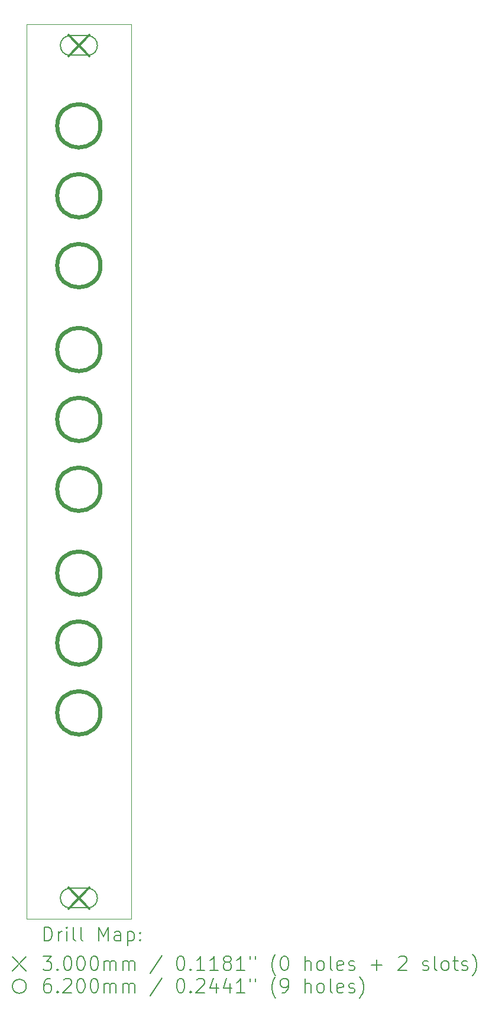
<source format=gbr>
%FSLAX45Y45*%
G04 Gerber Fmt 4.5, Leading zero omitted, Abs format (unit mm)*
G04 Created by KiCad (PCBNEW (6.0.1)) date 2022-09-12 08:12:13*
%MOMM*%
%LPD*%
G01*
G04 APERTURE LIST*
%TA.AperFunction,Profile*%
%ADD10C,0.050000*%
%TD*%
%ADD11C,0.200000*%
%ADD12C,0.300000*%
%ADD13C,0.620000*%
G04 APERTURE END LIST*
D10*
X8950000Y-15550000D02*
X7450000Y-15550000D01*
X7450000Y-2750000D02*
X7450000Y-15550000D01*
X8950000Y-2750000D02*
X8950000Y-15550000D01*
X7450000Y-2750000D02*
X8950000Y-2750000D01*
D11*
D12*
X8050000Y-2900000D02*
X8350000Y-3200000D01*
X8350000Y-2900000D02*
X8050000Y-3200000D01*
D11*
X8075000Y-3190000D02*
X8325000Y-3190000D01*
X8075000Y-2910000D02*
X8325000Y-2910000D01*
X8325000Y-3190000D02*
G75*
G03*
X8325000Y-2910000I0J140000D01*
G01*
X8075000Y-2910000D02*
G75*
G03*
X8075000Y-3190000I0J-140000D01*
G01*
D12*
X8050000Y-15100000D02*
X8350000Y-15400000D01*
X8350000Y-15100000D02*
X8050000Y-15400000D01*
D11*
X8075000Y-15390000D02*
X8325000Y-15390000D01*
X8075000Y-15110000D02*
X8325000Y-15110000D01*
X8325000Y-15390000D02*
G75*
G03*
X8325000Y-15110000I0J140000D01*
G01*
X8075000Y-15110000D02*
G75*
G03*
X8075000Y-15390000I0J-140000D01*
G01*
D13*
X8510000Y-4200000D02*
G75*
G03*
X8510000Y-4200000I-310000J0D01*
G01*
X8510000Y-5200000D02*
G75*
G03*
X8510000Y-5200000I-310000J0D01*
G01*
X8510000Y-6200000D02*
G75*
G03*
X8510000Y-6200000I-310000J0D01*
G01*
X8510000Y-7400000D02*
G75*
G03*
X8510000Y-7400000I-310000J0D01*
G01*
X8510000Y-8400000D02*
G75*
G03*
X8510000Y-8400000I-310000J0D01*
G01*
X8510000Y-9400000D02*
G75*
G03*
X8510000Y-9400000I-310000J0D01*
G01*
X8510000Y-10600000D02*
G75*
G03*
X8510000Y-10600000I-310000J0D01*
G01*
X8510000Y-11600000D02*
G75*
G03*
X8510000Y-11600000I-310000J0D01*
G01*
X8510000Y-12600000D02*
G75*
G03*
X8510000Y-12600000I-310000J0D01*
G01*
D11*
X7705119Y-15862976D02*
X7705119Y-15662976D01*
X7752738Y-15662976D01*
X7781309Y-15672500D01*
X7800357Y-15691548D01*
X7809881Y-15710595D01*
X7819405Y-15748690D01*
X7819405Y-15777262D01*
X7809881Y-15815357D01*
X7800357Y-15834405D01*
X7781309Y-15853452D01*
X7752738Y-15862976D01*
X7705119Y-15862976D01*
X7905119Y-15862976D02*
X7905119Y-15729643D01*
X7905119Y-15767738D02*
X7914643Y-15748690D01*
X7924167Y-15739167D01*
X7943214Y-15729643D01*
X7962262Y-15729643D01*
X8028928Y-15862976D02*
X8028928Y-15729643D01*
X8028928Y-15662976D02*
X8019405Y-15672500D01*
X8028928Y-15682024D01*
X8038452Y-15672500D01*
X8028928Y-15662976D01*
X8028928Y-15682024D01*
X8152738Y-15862976D02*
X8133690Y-15853452D01*
X8124167Y-15834405D01*
X8124167Y-15662976D01*
X8257500Y-15862976D02*
X8238452Y-15853452D01*
X8228928Y-15834405D01*
X8228928Y-15662976D01*
X8486071Y-15862976D02*
X8486071Y-15662976D01*
X8552738Y-15805833D01*
X8619405Y-15662976D01*
X8619405Y-15862976D01*
X8800357Y-15862976D02*
X8800357Y-15758214D01*
X8790833Y-15739167D01*
X8771786Y-15729643D01*
X8733690Y-15729643D01*
X8714643Y-15739167D01*
X8800357Y-15853452D02*
X8781310Y-15862976D01*
X8733690Y-15862976D01*
X8714643Y-15853452D01*
X8705119Y-15834405D01*
X8705119Y-15815357D01*
X8714643Y-15796309D01*
X8733690Y-15786786D01*
X8781310Y-15786786D01*
X8800357Y-15777262D01*
X8895595Y-15729643D02*
X8895595Y-15929643D01*
X8895595Y-15739167D02*
X8914643Y-15729643D01*
X8952738Y-15729643D01*
X8971786Y-15739167D01*
X8981310Y-15748690D01*
X8990833Y-15767738D01*
X8990833Y-15824881D01*
X8981310Y-15843928D01*
X8971786Y-15853452D01*
X8952738Y-15862976D01*
X8914643Y-15862976D01*
X8895595Y-15853452D01*
X9076548Y-15843928D02*
X9086071Y-15853452D01*
X9076548Y-15862976D01*
X9067024Y-15853452D01*
X9076548Y-15843928D01*
X9076548Y-15862976D01*
X9076548Y-15739167D02*
X9086071Y-15748690D01*
X9076548Y-15758214D01*
X9067024Y-15748690D01*
X9076548Y-15739167D01*
X9076548Y-15758214D01*
X7247500Y-16092500D02*
X7447500Y-16292500D01*
X7447500Y-16092500D02*
X7247500Y-16292500D01*
X7686071Y-16082976D02*
X7809881Y-16082976D01*
X7743214Y-16159167D01*
X7771786Y-16159167D01*
X7790833Y-16168690D01*
X7800357Y-16178214D01*
X7809881Y-16197262D01*
X7809881Y-16244881D01*
X7800357Y-16263928D01*
X7790833Y-16273452D01*
X7771786Y-16282976D01*
X7714643Y-16282976D01*
X7695595Y-16273452D01*
X7686071Y-16263928D01*
X7895595Y-16263928D02*
X7905119Y-16273452D01*
X7895595Y-16282976D01*
X7886071Y-16273452D01*
X7895595Y-16263928D01*
X7895595Y-16282976D01*
X8028928Y-16082976D02*
X8047976Y-16082976D01*
X8067024Y-16092500D01*
X8076548Y-16102024D01*
X8086071Y-16121071D01*
X8095595Y-16159167D01*
X8095595Y-16206786D01*
X8086071Y-16244881D01*
X8076548Y-16263928D01*
X8067024Y-16273452D01*
X8047976Y-16282976D01*
X8028928Y-16282976D01*
X8009881Y-16273452D01*
X8000357Y-16263928D01*
X7990833Y-16244881D01*
X7981309Y-16206786D01*
X7981309Y-16159167D01*
X7990833Y-16121071D01*
X8000357Y-16102024D01*
X8009881Y-16092500D01*
X8028928Y-16082976D01*
X8219405Y-16082976D02*
X8238452Y-16082976D01*
X8257500Y-16092500D01*
X8267024Y-16102024D01*
X8276548Y-16121071D01*
X8286071Y-16159167D01*
X8286071Y-16206786D01*
X8276548Y-16244881D01*
X8267024Y-16263928D01*
X8257500Y-16273452D01*
X8238452Y-16282976D01*
X8219405Y-16282976D01*
X8200357Y-16273452D01*
X8190833Y-16263928D01*
X8181309Y-16244881D01*
X8171786Y-16206786D01*
X8171786Y-16159167D01*
X8181309Y-16121071D01*
X8190833Y-16102024D01*
X8200357Y-16092500D01*
X8219405Y-16082976D01*
X8409881Y-16082976D02*
X8428929Y-16082976D01*
X8447976Y-16092500D01*
X8457500Y-16102024D01*
X8467024Y-16121071D01*
X8476548Y-16159167D01*
X8476548Y-16206786D01*
X8467024Y-16244881D01*
X8457500Y-16263928D01*
X8447976Y-16273452D01*
X8428929Y-16282976D01*
X8409881Y-16282976D01*
X8390833Y-16273452D01*
X8381309Y-16263928D01*
X8371786Y-16244881D01*
X8362262Y-16206786D01*
X8362262Y-16159167D01*
X8371786Y-16121071D01*
X8381309Y-16102024D01*
X8390833Y-16092500D01*
X8409881Y-16082976D01*
X8562262Y-16282976D02*
X8562262Y-16149643D01*
X8562262Y-16168690D02*
X8571786Y-16159167D01*
X8590833Y-16149643D01*
X8619405Y-16149643D01*
X8638452Y-16159167D01*
X8647976Y-16178214D01*
X8647976Y-16282976D01*
X8647976Y-16178214D02*
X8657500Y-16159167D01*
X8676548Y-16149643D01*
X8705119Y-16149643D01*
X8724167Y-16159167D01*
X8733690Y-16178214D01*
X8733690Y-16282976D01*
X8828929Y-16282976D02*
X8828929Y-16149643D01*
X8828929Y-16168690D02*
X8838452Y-16159167D01*
X8857500Y-16149643D01*
X8886071Y-16149643D01*
X8905119Y-16159167D01*
X8914643Y-16178214D01*
X8914643Y-16282976D01*
X8914643Y-16178214D02*
X8924167Y-16159167D01*
X8943214Y-16149643D01*
X8971786Y-16149643D01*
X8990833Y-16159167D01*
X9000357Y-16178214D01*
X9000357Y-16282976D01*
X9390833Y-16073452D02*
X9219405Y-16330595D01*
X9647976Y-16082976D02*
X9667024Y-16082976D01*
X9686071Y-16092500D01*
X9695595Y-16102024D01*
X9705119Y-16121071D01*
X9714643Y-16159167D01*
X9714643Y-16206786D01*
X9705119Y-16244881D01*
X9695595Y-16263928D01*
X9686071Y-16273452D01*
X9667024Y-16282976D01*
X9647976Y-16282976D01*
X9628929Y-16273452D01*
X9619405Y-16263928D01*
X9609881Y-16244881D01*
X9600357Y-16206786D01*
X9600357Y-16159167D01*
X9609881Y-16121071D01*
X9619405Y-16102024D01*
X9628929Y-16092500D01*
X9647976Y-16082976D01*
X9800357Y-16263928D02*
X9809881Y-16273452D01*
X9800357Y-16282976D01*
X9790833Y-16273452D01*
X9800357Y-16263928D01*
X9800357Y-16282976D01*
X10000357Y-16282976D02*
X9886071Y-16282976D01*
X9943214Y-16282976D02*
X9943214Y-16082976D01*
X9924167Y-16111548D01*
X9905119Y-16130595D01*
X9886071Y-16140119D01*
X10190833Y-16282976D02*
X10076548Y-16282976D01*
X10133690Y-16282976D02*
X10133690Y-16082976D01*
X10114643Y-16111548D01*
X10095595Y-16130595D01*
X10076548Y-16140119D01*
X10305119Y-16168690D02*
X10286071Y-16159167D01*
X10276548Y-16149643D01*
X10267024Y-16130595D01*
X10267024Y-16121071D01*
X10276548Y-16102024D01*
X10286071Y-16092500D01*
X10305119Y-16082976D01*
X10343214Y-16082976D01*
X10362262Y-16092500D01*
X10371786Y-16102024D01*
X10381310Y-16121071D01*
X10381310Y-16130595D01*
X10371786Y-16149643D01*
X10362262Y-16159167D01*
X10343214Y-16168690D01*
X10305119Y-16168690D01*
X10286071Y-16178214D01*
X10276548Y-16187738D01*
X10267024Y-16206786D01*
X10267024Y-16244881D01*
X10276548Y-16263928D01*
X10286071Y-16273452D01*
X10305119Y-16282976D01*
X10343214Y-16282976D01*
X10362262Y-16273452D01*
X10371786Y-16263928D01*
X10381310Y-16244881D01*
X10381310Y-16206786D01*
X10371786Y-16187738D01*
X10362262Y-16178214D01*
X10343214Y-16168690D01*
X10571786Y-16282976D02*
X10457500Y-16282976D01*
X10514643Y-16282976D02*
X10514643Y-16082976D01*
X10495595Y-16111548D01*
X10476548Y-16130595D01*
X10457500Y-16140119D01*
X10647976Y-16082976D02*
X10647976Y-16121071D01*
X10724167Y-16082976D02*
X10724167Y-16121071D01*
X11019405Y-16359167D02*
X11009881Y-16349643D01*
X10990833Y-16321071D01*
X10981310Y-16302024D01*
X10971786Y-16273452D01*
X10962262Y-16225833D01*
X10962262Y-16187738D01*
X10971786Y-16140119D01*
X10981310Y-16111548D01*
X10990833Y-16092500D01*
X11009881Y-16063928D01*
X11019405Y-16054405D01*
X11133690Y-16082976D02*
X11152738Y-16082976D01*
X11171786Y-16092500D01*
X11181310Y-16102024D01*
X11190833Y-16121071D01*
X11200357Y-16159167D01*
X11200357Y-16206786D01*
X11190833Y-16244881D01*
X11181310Y-16263928D01*
X11171786Y-16273452D01*
X11152738Y-16282976D01*
X11133690Y-16282976D01*
X11114643Y-16273452D01*
X11105119Y-16263928D01*
X11095595Y-16244881D01*
X11086071Y-16206786D01*
X11086071Y-16159167D01*
X11095595Y-16121071D01*
X11105119Y-16102024D01*
X11114643Y-16092500D01*
X11133690Y-16082976D01*
X11438452Y-16282976D02*
X11438452Y-16082976D01*
X11524167Y-16282976D02*
X11524167Y-16178214D01*
X11514643Y-16159167D01*
X11495595Y-16149643D01*
X11467024Y-16149643D01*
X11447976Y-16159167D01*
X11438452Y-16168690D01*
X11647976Y-16282976D02*
X11628928Y-16273452D01*
X11619405Y-16263928D01*
X11609881Y-16244881D01*
X11609881Y-16187738D01*
X11619405Y-16168690D01*
X11628928Y-16159167D01*
X11647976Y-16149643D01*
X11676548Y-16149643D01*
X11695595Y-16159167D01*
X11705119Y-16168690D01*
X11714643Y-16187738D01*
X11714643Y-16244881D01*
X11705119Y-16263928D01*
X11695595Y-16273452D01*
X11676548Y-16282976D01*
X11647976Y-16282976D01*
X11828928Y-16282976D02*
X11809881Y-16273452D01*
X11800357Y-16254405D01*
X11800357Y-16082976D01*
X11981309Y-16273452D02*
X11962262Y-16282976D01*
X11924167Y-16282976D01*
X11905119Y-16273452D01*
X11895595Y-16254405D01*
X11895595Y-16178214D01*
X11905119Y-16159167D01*
X11924167Y-16149643D01*
X11962262Y-16149643D01*
X11981309Y-16159167D01*
X11990833Y-16178214D01*
X11990833Y-16197262D01*
X11895595Y-16216309D01*
X12067024Y-16273452D02*
X12086071Y-16282976D01*
X12124167Y-16282976D01*
X12143214Y-16273452D01*
X12152738Y-16254405D01*
X12152738Y-16244881D01*
X12143214Y-16225833D01*
X12124167Y-16216309D01*
X12095595Y-16216309D01*
X12076548Y-16206786D01*
X12067024Y-16187738D01*
X12067024Y-16178214D01*
X12076548Y-16159167D01*
X12095595Y-16149643D01*
X12124167Y-16149643D01*
X12143214Y-16159167D01*
X12390833Y-16206786D02*
X12543214Y-16206786D01*
X12467024Y-16282976D02*
X12467024Y-16130595D01*
X12781309Y-16102024D02*
X12790833Y-16092500D01*
X12809881Y-16082976D01*
X12857500Y-16082976D01*
X12876548Y-16092500D01*
X12886071Y-16102024D01*
X12895595Y-16121071D01*
X12895595Y-16140119D01*
X12886071Y-16168690D01*
X12771786Y-16282976D01*
X12895595Y-16282976D01*
X13124167Y-16273452D02*
X13143214Y-16282976D01*
X13181309Y-16282976D01*
X13200357Y-16273452D01*
X13209881Y-16254405D01*
X13209881Y-16244881D01*
X13200357Y-16225833D01*
X13181309Y-16216309D01*
X13152738Y-16216309D01*
X13133690Y-16206786D01*
X13124167Y-16187738D01*
X13124167Y-16178214D01*
X13133690Y-16159167D01*
X13152738Y-16149643D01*
X13181309Y-16149643D01*
X13200357Y-16159167D01*
X13324167Y-16282976D02*
X13305119Y-16273452D01*
X13295595Y-16254405D01*
X13295595Y-16082976D01*
X13428928Y-16282976D02*
X13409881Y-16273452D01*
X13400357Y-16263928D01*
X13390833Y-16244881D01*
X13390833Y-16187738D01*
X13400357Y-16168690D01*
X13409881Y-16159167D01*
X13428928Y-16149643D01*
X13457500Y-16149643D01*
X13476548Y-16159167D01*
X13486071Y-16168690D01*
X13495595Y-16187738D01*
X13495595Y-16244881D01*
X13486071Y-16263928D01*
X13476548Y-16273452D01*
X13457500Y-16282976D01*
X13428928Y-16282976D01*
X13552738Y-16149643D02*
X13628928Y-16149643D01*
X13581309Y-16082976D02*
X13581309Y-16254405D01*
X13590833Y-16273452D01*
X13609881Y-16282976D01*
X13628928Y-16282976D01*
X13686071Y-16273452D02*
X13705119Y-16282976D01*
X13743214Y-16282976D01*
X13762262Y-16273452D01*
X13771786Y-16254405D01*
X13771786Y-16244881D01*
X13762262Y-16225833D01*
X13743214Y-16216309D01*
X13714643Y-16216309D01*
X13695595Y-16206786D01*
X13686071Y-16187738D01*
X13686071Y-16178214D01*
X13695595Y-16159167D01*
X13714643Y-16149643D01*
X13743214Y-16149643D01*
X13762262Y-16159167D01*
X13838452Y-16359167D02*
X13847976Y-16349643D01*
X13867024Y-16321071D01*
X13876548Y-16302024D01*
X13886071Y-16273452D01*
X13895595Y-16225833D01*
X13895595Y-16187738D01*
X13886071Y-16140119D01*
X13876548Y-16111548D01*
X13867024Y-16092500D01*
X13847976Y-16063928D01*
X13838452Y-16054405D01*
X7447500Y-16512500D02*
G75*
G03*
X7447500Y-16512500I-100000J0D01*
G01*
X7790833Y-16402976D02*
X7752738Y-16402976D01*
X7733690Y-16412500D01*
X7724167Y-16422024D01*
X7705119Y-16450595D01*
X7695595Y-16488690D01*
X7695595Y-16564881D01*
X7705119Y-16583928D01*
X7714643Y-16593452D01*
X7733690Y-16602976D01*
X7771786Y-16602976D01*
X7790833Y-16593452D01*
X7800357Y-16583928D01*
X7809881Y-16564881D01*
X7809881Y-16517262D01*
X7800357Y-16498214D01*
X7790833Y-16488690D01*
X7771786Y-16479167D01*
X7733690Y-16479167D01*
X7714643Y-16488690D01*
X7705119Y-16498214D01*
X7695595Y-16517262D01*
X7895595Y-16583928D02*
X7905119Y-16593452D01*
X7895595Y-16602976D01*
X7886071Y-16593452D01*
X7895595Y-16583928D01*
X7895595Y-16602976D01*
X7981309Y-16422024D02*
X7990833Y-16412500D01*
X8009881Y-16402976D01*
X8057500Y-16402976D01*
X8076548Y-16412500D01*
X8086071Y-16422024D01*
X8095595Y-16441071D01*
X8095595Y-16460119D01*
X8086071Y-16488690D01*
X7971786Y-16602976D01*
X8095595Y-16602976D01*
X8219405Y-16402976D02*
X8238452Y-16402976D01*
X8257500Y-16412500D01*
X8267024Y-16422024D01*
X8276548Y-16441071D01*
X8286071Y-16479167D01*
X8286071Y-16526786D01*
X8276548Y-16564881D01*
X8267024Y-16583928D01*
X8257500Y-16593452D01*
X8238452Y-16602976D01*
X8219405Y-16602976D01*
X8200357Y-16593452D01*
X8190833Y-16583928D01*
X8181309Y-16564881D01*
X8171786Y-16526786D01*
X8171786Y-16479167D01*
X8181309Y-16441071D01*
X8190833Y-16422024D01*
X8200357Y-16412500D01*
X8219405Y-16402976D01*
X8409881Y-16402976D02*
X8428929Y-16402976D01*
X8447976Y-16412500D01*
X8457500Y-16422024D01*
X8467024Y-16441071D01*
X8476548Y-16479167D01*
X8476548Y-16526786D01*
X8467024Y-16564881D01*
X8457500Y-16583928D01*
X8447976Y-16593452D01*
X8428929Y-16602976D01*
X8409881Y-16602976D01*
X8390833Y-16593452D01*
X8381309Y-16583928D01*
X8371786Y-16564881D01*
X8362262Y-16526786D01*
X8362262Y-16479167D01*
X8371786Y-16441071D01*
X8381309Y-16422024D01*
X8390833Y-16412500D01*
X8409881Y-16402976D01*
X8562262Y-16602976D02*
X8562262Y-16469643D01*
X8562262Y-16488690D02*
X8571786Y-16479167D01*
X8590833Y-16469643D01*
X8619405Y-16469643D01*
X8638452Y-16479167D01*
X8647976Y-16498214D01*
X8647976Y-16602976D01*
X8647976Y-16498214D02*
X8657500Y-16479167D01*
X8676548Y-16469643D01*
X8705119Y-16469643D01*
X8724167Y-16479167D01*
X8733690Y-16498214D01*
X8733690Y-16602976D01*
X8828929Y-16602976D02*
X8828929Y-16469643D01*
X8828929Y-16488690D02*
X8838452Y-16479167D01*
X8857500Y-16469643D01*
X8886071Y-16469643D01*
X8905119Y-16479167D01*
X8914643Y-16498214D01*
X8914643Y-16602976D01*
X8914643Y-16498214D02*
X8924167Y-16479167D01*
X8943214Y-16469643D01*
X8971786Y-16469643D01*
X8990833Y-16479167D01*
X9000357Y-16498214D01*
X9000357Y-16602976D01*
X9390833Y-16393452D02*
X9219405Y-16650595D01*
X9647976Y-16402976D02*
X9667024Y-16402976D01*
X9686071Y-16412500D01*
X9695595Y-16422024D01*
X9705119Y-16441071D01*
X9714643Y-16479167D01*
X9714643Y-16526786D01*
X9705119Y-16564881D01*
X9695595Y-16583928D01*
X9686071Y-16593452D01*
X9667024Y-16602976D01*
X9647976Y-16602976D01*
X9628929Y-16593452D01*
X9619405Y-16583928D01*
X9609881Y-16564881D01*
X9600357Y-16526786D01*
X9600357Y-16479167D01*
X9609881Y-16441071D01*
X9619405Y-16422024D01*
X9628929Y-16412500D01*
X9647976Y-16402976D01*
X9800357Y-16583928D02*
X9809881Y-16593452D01*
X9800357Y-16602976D01*
X9790833Y-16593452D01*
X9800357Y-16583928D01*
X9800357Y-16602976D01*
X9886071Y-16422024D02*
X9895595Y-16412500D01*
X9914643Y-16402976D01*
X9962262Y-16402976D01*
X9981310Y-16412500D01*
X9990833Y-16422024D01*
X10000357Y-16441071D01*
X10000357Y-16460119D01*
X9990833Y-16488690D01*
X9876548Y-16602976D01*
X10000357Y-16602976D01*
X10171786Y-16469643D02*
X10171786Y-16602976D01*
X10124167Y-16393452D02*
X10076548Y-16536309D01*
X10200357Y-16536309D01*
X10362262Y-16469643D02*
X10362262Y-16602976D01*
X10314643Y-16393452D02*
X10267024Y-16536309D01*
X10390833Y-16536309D01*
X10571786Y-16602976D02*
X10457500Y-16602976D01*
X10514643Y-16602976D02*
X10514643Y-16402976D01*
X10495595Y-16431548D01*
X10476548Y-16450595D01*
X10457500Y-16460119D01*
X10647976Y-16402976D02*
X10647976Y-16441071D01*
X10724167Y-16402976D02*
X10724167Y-16441071D01*
X11019405Y-16679167D02*
X11009881Y-16669643D01*
X10990833Y-16641071D01*
X10981310Y-16622024D01*
X10971786Y-16593452D01*
X10962262Y-16545833D01*
X10962262Y-16507738D01*
X10971786Y-16460119D01*
X10981310Y-16431548D01*
X10990833Y-16412500D01*
X11009881Y-16383928D01*
X11019405Y-16374405D01*
X11105119Y-16602976D02*
X11143214Y-16602976D01*
X11162262Y-16593452D01*
X11171786Y-16583928D01*
X11190833Y-16555357D01*
X11200357Y-16517262D01*
X11200357Y-16441071D01*
X11190833Y-16422024D01*
X11181310Y-16412500D01*
X11162262Y-16402976D01*
X11124167Y-16402976D01*
X11105119Y-16412500D01*
X11095595Y-16422024D01*
X11086071Y-16441071D01*
X11086071Y-16488690D01*
X11095595Y-16507738D01*
X11105119Y-16517262D01*
X11124167Y-16526786D01*
X11162262Y-16526786D01*
X11181310Y-16517262D01*
X11190833Y-16507738D01*
X11200357Y-16488690D01*
X11438452Y-16602976D02*
X11438452Y-16402976D01*
X11524167Y-16602976D02*
X11524167Y-16498214D01*
X11514643Y-16479167D01*
X11495595Y-16469643D01*
X11467024Y-16469643D01*
X11447976Y-16479167D01*
X11438452Y-16488690D01*
X11647976Y-16602976D02*
X11628928Y-16593452D01*
X11619405Y-16583928D01*
X11609881Y-16564881D01*
X11609881Y-16507738D01*
X11619405Y-16488690D01*
X11628928Y-16479167D01*
X11647976Y-16469643D01*
X11676548Y-16469643D01*
X11695595Y-16479167D01*
X11705119Y-16488690D01*
X11714643Y-16507738D01*
X11714643Y-16564881D01*
X11705119Y-16583928D01*
X11695595Y-16593452D01*
X11676548Y-16602976D01*
X11647976Y-16602976D01*
X11828928Y-16602976D02*
X11809881Y-16593452D01*
X11800357Y-16574405D01*
X11800357Y-16402976D01*
X11981309Y-16593452D02*
X11962262Y-16602976D01*
X11924167Y-16602976D01*
X11905119Y-16593452D01*
X11895595Y-16574405D01*
X11895595Y-16498214D01*
X11905119Y-16479167D01*
X11924167Y-16469643D01*
X11962262Y-16469643D01*
X11981309Y-16479167D01*
X11990833Y-16498214D01*
X11990833Y-16517262D01*
X11895595Y-16536309D01*
X12067024Y-16593452D02*
X12086071Y-16602976D01*
X12124167Y-16602976D01*
X12143214Y-16593452D01*
X12152738Y-16574405D01*
X12152738Y-16564881D01*
X12143214Y-16545833D01*
X12124167Y-16536309D01*
X12095595Y-16536309D01*
X12076548Y-16526786D01*
X12067024Y-16507738D01*
X12067024Y-16498214D01*
X12076548Y-16479167D01*
X12095595Y-16469643D01*
X12124167Y-16469643D01*
X12143214Y-16479167D01*
X12219405Y-16679167D02*
X12228928Y-16669643D01*
X12247976Y-16641071D01*
X12257500Y-16622024D01*
X12267024Y-16593452D01*
X12276548Y-16545833D01*
X12276548Y-16507738D01*
X12267024Y-16460119D01*
X12257500Y-16431548D01*
X12247976Y-16412500D01*
X12228928Y-16383928D01*
X12219405Y-16374405D01*
M02*

</source>
